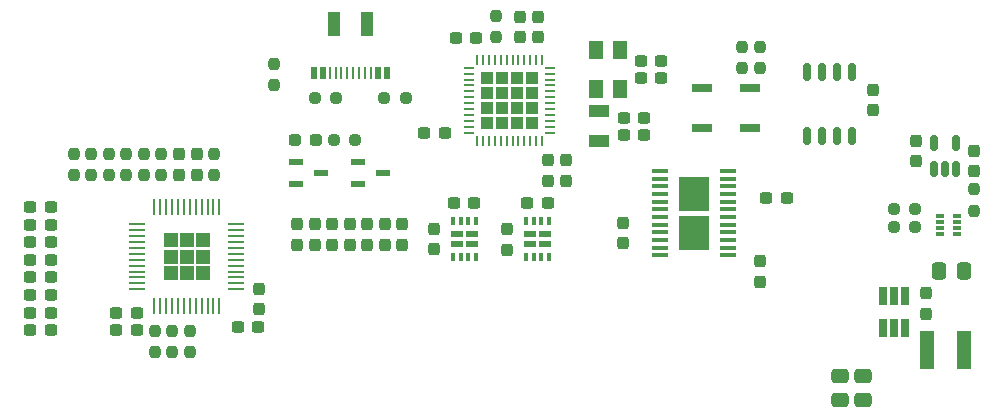
<source format=gtp>
G04 #@! TF.GenerationSoftware,KiCad,Pcbnew,(7.0.0)*
G04 #@! TF.CreationDate,2023-09-28T17:21:21-04:00*
G04 #@! TF.ProjectId,Brytec_InputModuleRev2,42727974-6563-45f4-996e-7075744d6f64,rev?*
G04 #@! TF.SameCoordinates,Original*
G04 #@! TF.FileFunction,Paste,Top*
G04 #@! TF.FilePolarity,Positive*
%FSLAX46Y46*%
G04 Gerber Fmt 4.6, Leading zero omitted, Abs format (unit mm)*
G04 Created by KiCad (PCBNEW (7.0.0)) date 2023-09-28 17:21:21*
%MOMM*%
%LPD*%
G01*
G04 APERTURE LIST*
G04 Aperture macros list*
%AMRoundRect*
0 Rectangle with rounded corners*
0 $1 Rounding radius*
0 $2 $3 $4 $5 $6 $7 $8 $9 X,Y pos of 4 corners*
0 Add a 4 corners polygon primitive as box body*
4,1,4,$2,$3,$4,$5,$6,$7,$8,$9,$2,$3,0*
0 Add four circle primitives for the rounded corners*
1,1,$1+$1,$2,$3*
1,1,$1+$1,$4,$5*
1,1,$1+$1,$6,$7*
1,1,$1+$1,$8,$9*
0 Add four rect primitives between the rounded corners*
20,1,$1+$1,$2,$3,$4,$5,0*
20,1,$1+$1,$4,$5,$6,$7,0*
20,1,$1+$1,$6,$7,$8,$9,0*
20,1,$1+$1,$8,$9,$2,$3,0*%
G04 Aperture macros list end*
%ADD10RoundRect,0.237500X0.237500X-0.300000X0.237500X0.300000X-0.237500X0.300000X-0.237500X-0.300000X0*%
%ADD11R,1.800000X1.000000*%
%ADD12RoundRect,0.237500X-0.250000X-0.237500X0.250000X-0.237500X0.250000X0.237500X-0.250000X0.237500X0*%
%ADD13RoundRect,0.237500X0.300000X0.237500X-0.300000X0.237500X-0.300000X-0.237500X0.300000X-0.237500X0*%
%ADD14RoundRect,0.250000X-0.475000X0.337500X-0.475000X-0.337500X0.475000X-0.337500X0.475000X0.337500X0*%
%ADD15R,1.300000X0.600000*%
%ADD16RoundRect,0.237500X0.250000X0.237500X-0.250000X0.237500X-0.250000X-0.237500X0.250000X-0.237500X0*%
%ADD17RoundRect,0.237500X0.237500X-0.250000X0.237500X0.250000X-0.237500X0.250000X-0.237500X-0.250000X0*%
%ADD18R,1.000000X0.600000*%
%ADD19R,0.350000X0.650000*%
%ADD20RoundRect,0.150000X0.150000X-0.512500X0.150000X0.512500X-0.150000X0.512500X-0.150000X-0.512500X0*%
%ADD21R,1.300000X1.600000*%
%ADD22R,1.700000X0.800000*%
%ADD23RoundRect,0.237500X-0.300000X-0.237500X0.300000X-0.237500X0.300000X0.237500X-0.300000X0.237500X0*%
%ADD24RoundRect,0.150000X-0.150000X0.625000X-0.150000X-0.625000X0.150000X-0.625000X0.150000X0.625000X0*%
%ADD25RoundRect,0.012800X-0.317200X-0.147200X0.317200X-0.147200X0.317200X0.147200X-0.317200X0.147200X0*%
%ADD26RoundRect,0.237500X-0.237500X0.250000X-0.237500X-0.250000X0.237500X-0.250000X0.237500X0.250000X0*%
%ADD27R,1.000000X2.000000*%
%ADD28R,0.520000X1.000000*%
%ADD29R,0.270000X1.000000*%
%ADD30R,2.570000X2.900000*%
%ADD31R,1.320000X0.450000*%
%ADD32R,0.650000X1.560000*%
%ADD33R,0.279400X1.346200*%
%ADD34R,1.346200X0.279400*%
%ADD35RoundRect,0.237500X-0.287500X-0.237500X0.287500X-0.237500X0.287500X0.237500X-0.287500X0.237500X0*%
%ADD36RoundRect,0.237500X-0.237500X0.300000X-0.237500X-0.300000X0.237500X-0.300000X0.237500X0.300000X0*%
%ADD37RoundRect,0.250000X0.292217X0.292217X-0.292217X0.292217X-0.292217X-0.292217X0.292217X-0.292217X0*%
%ADD38RoundRect,0.062500X0.375000X0.062500X-0.375000X0.062500X-0.375000X-0.062500X0.375000X-0.062500X0*%
%ADD39RoundRect,0.062500X0.062500X0.375000X-0.062500X0.375000X-0.062500X-0.375000X0.062500X-0.375000X0*%
%ADD40R,1.200000X3.300000*%
%ADD41RoundRect,0.250000X0.337500X0.475000X-0.337500X0.475000X-0.337500X-0.475000X0.337500X-0.475000X0*%
G04 APERTURE END LIST*
G36*
X98015967Y-120765900D02*
G01*
X96835900Y-120765900D01*
X96835900Y-119585833D01*
X98015967Y-119585833D01*
X98015967Y-120765900D01*
G37*
G36*
X99396034Y-120765900D02*
G01*
X98215966Y-120765900D01*
X98215966Y-119585833D01*
X99396034Y-119585833D01*
X99396034Y-120765900D01*
G37*
G36*
X100776100Y-120765900D02*
G01*
X99596033Y-120765900D01*
X99596033Y-119585833D01*
X100776100Y-119585833D01*
X100776100Y-120765900D01*
G37*
G36*
X98015967Y-119385834D02*
G01*
X96835900Y-119385834D01*
X96835900Y-118205766D01*
X98015967Y-118205766D01*
X98015967Y-119385834D01*
G37*
G36*
X99396034Y-119385834D02*
G01*
X98215966Y-119385834D01*
X98215966Y-118205766D01*
X99396034Y-118205766D01*
X99396034Y-119385834D01*
G37*
G36*
X100776100Y-119385834D02*
G01*
X99596033Y-119385834D01*
X99596033Y-118205766D01*
X100776100Y-118205766D01*
X100776100Y-119385834D01*
G37*
G36*
X98015967Y-118005767D02*
G01*
X96835900Y-118005767D01*
X96835900Y-116825700D01*
X98015967Y-116825700D01*
X98015967Y-118005767D01*
G37*
G36*
X99396034Y-118005767D02*
G01*
X98215966Y-118005767D01*
X98215966Y-116825700D01*
X99396034Y-116825700D01*
X99396034Y-118005767D01*
G37*
G36*
X100776100Y-118005767D02*
G01*
X99596033Y-118005767D01*
X99596033Y-116825700D01*
X100776100Y-116825700D01*
X100776100Y-118005767D01*
G37*
D10*
X119735600Y-118159700D03*
X119735600Y-116434700D03*
D11*
X133705599Y-106496799D03*
X133705599Y-108996799D03*
D12*
X158661700Y-116259000D03*
X160486700Y-116259000D03*
D10*
X147320000Y-120902900D03*
X147320000Y-119177900D03*
D13*
X94564200Y-123520200D03*
X92839200Y-123520200D03*
X87273300Y-116080707D03*
X85548300Y-116080707D03*
D14*
X156069000Y-128861300D03*
X156069000Y-130936300D03*
D15*
X113300799Y-110733799D03*
X113300799Y-112633799D03*
X115400799Y-111683799D03*
D10*
X165456800Y-111527100D03*
X165456800Y-109802100D03*
X125882400Y-118184000D03*
X125882400Y-116459000D03*
X161358600Y-123623900D03*
X161358600Y-121898900D03*
D16*
X113080800Y-108940600D03*
X111255800Y-108940600D03*
D10*
X109615920Y-117779800D03*
X109615920Y-116054800D03*
D17*
X101117400Y-111895600D03*
X101117400Y-110070600D03*
D18*
X129088999Y-116910299D03*
X127888999Y-116910299D03*
X129088999Y-117685299D03*
X127888999Y-117685299D03*
D19*
X129463999Y-115747799D03*
X128813999Y-115747799D03*
X128163999Y-115747799D03*
X127513999Y-115747799D03*
X127513999Y-118847799D03*
X128163999Y-118847799D03*
X128813999Y-118847799D03*
X129463999Y-118847799D03*
D13*
X104824700Y-124740500D03*
X103099700Y-124740500D03*
D20*
X162053200Y-111402100D03*
X163003200Y-111402100D03*
X163953200Y-111402100D03*
X163953200Y-109127100D03*
X162053200Y-109127100D03*
D18*
X122916599Y-116910299D03*
X121716599Y-116910299D03*
X122916599Y-117685299D03*
X121716599Y-117685299D03*
D19*
X123291599Y-115747799D03*
X122641599Y-115747799D03*
X121991599Y-115747799D03*
X121341599Y-115747799D03*
X121341599Y-118847799D03*
X121991599Y-118847799D03*
X122641599Y-118847799D03*
X123291599Y-118847799D03*
D10*
X114080280Y-117779800D03*
X114080280Y-116054800D03*
D13*
X87273300Y-114591476D03*
X85548300Y-114591476D03*
X137513400Y-107035600D03*
X135788400Y-107035600D03*
X87273300Y-123526862D03*
X85548300Y-123526862D03*
D10*
X130890700Y-112342100D03*
X130890700Y-110617100D03*
D21*
X135455599Y-104570799D03*
X135455599Y-101270799D03*
X133455599Y-101270799D03*
X133455599Y-104570799D03*
D22*
X142392399Y-104522799D03*
X142392399Y-107922799D03*
X146507199Y-104522799D03*
X146507199Y-107922799D03*
D17*
X97586800Y-126896500D03*
X97586800Y-125071500D03*
D23*
X118903000Y-108304600D03*
X120628000Y-108304600D03*
D17*
X89242500Y-111895600D03*
X89242500Y-110070600D03*
D15*
X108051599Y-110733799D03*
X108051599Y-112633799D03*
X110151599Y-111683799D03*
D24*
X155117800Y-103192200D03*
X153847800Y-103192200D03*
X152577800Y-103192200D03*
X151307800Y-103192200D03*
X151307800Y-108542200D03*
X152577800Y-108542200D03*
X153847800Y-108542200D03*
X155117800Y-108542200D03*
D10*
X135712200Y-117626300D03*
X135712200Y-115901300D03*
X115568400Y-117779800D03*
X115568400Y-116054800D03*
D17*
X90723400Y-111895600D03*
X90723400Y-110070600D03*
D10*
X108127800Y-117779800D03*
X108127800Y-116054800D03*
D13*
X87273300Y-119059169D03*
X85548300Y-119059169D03*
D25*
X162547600Y-115331200D03*
X162547600Y-115831200D03*
X162547600Y-116331200D03*
X162547600Y-116831200D03*
X164017600Y-116831200D03*
X164017600Y-116331200D03*
X164017600Y-115831200D03*
X164017600Y-115331200D03*
D13*
X149579500Y-113842800D03*
X147854500Y-113842800D03*
D17*
X99060000Y-126896500D03*
X99060000Y-125071500D03*
X95166100Y-111895600D03*
X95166100Y-110070600D03*
D26*
X165467000Y-113087800D03*
X165467000Y-114912800D03*
D17*
X96647000Y-111895600D03*
X96647000Y-110070600D03*
X92204300Y-111895600D03*
X92204300Y-110070600D03*
D10*
X99634121Y-111859400D03*
X99634121Y-110134400D03*
X112592160Y-117779800D03*
X112592160Y-116054800D03*
D27*
X114046199Y-99058799D03*
X111246199Y-99058799D03*
D28*
X115746199Y-103258799D03*
X114996199Y-103258799D03*
D29*
X114396199Y-103258799D03*
X112896199Y-103258799D03*
X111896199Y-103258799D03*
X110896199Y-103258799D03*
D28*
X110296199Y-103258799D03*
X109546199Y-103258799D03*
X109546199Y-103258799D03*
X110296199Y-103258799D03*
D29*
X111396199Y-103258799D03*
X112396199Y-103258799D03*
X113396199Y-103258799D03*
X113896199Y-103258799D03*
D28*
X114996199Y-103258799D03*
X115746199Y-103258799D03*
D17*
X96113600Y-126896500D03*
X96113600Y-125071500D03*
D10*
X104902000Y-123215400D03*
X104902000Y-121490400D03*
D13*
X87273300Y-125016093D03*
X85548300Y-125016093D03*
X87273300Y-122037631D03*
X85548300Y-122037631D03*
X138986600Y-102184200D03*
X137261600Y-102184200D03*
D10*
X128498600Y-100200900D03*
X128498600Y-98475900D03*
D13*
X87273300Y-120548400D03*
X85548300Y-120548400D03*
D30*
X141757399Y-113462799D03*
X141757399Y-116762799D03*
D31*
X138902399Y-111537799D03*
X138902399Y-112187799D03*
X138902399Y-112837799D03*
X138902399Y-113487799D03*
X138902399Y-114137799D03*
X138902399Y-114787799D03*
X138902399Y-115437799D03*
X138902399Y-116087799D03*
X138902399Y-116737799D03*
X138902399Y-117387799D03*
X138902399Y-118037799D03*
X138902399Y-118687799D03*
X144612399Y-118687799D03*
X144612399Y-118037799D03*
X144612399Y-117387799D03*
X144612399Y-116737799D03*
X144612399Y-116087799D03*
X144612399Y-115437799D03*
X144612399Y-114787799D03*
X144612399Y-114137799D03*
X144612399Y-113487799D03*
X144612399Y-112837799D03*
X144612399Y-112187799D03*
X144612399Y-111537799D03*
D10*
X156865400Y-106385200D03*
X156865400Y-104660200D03*
D12*
X115521100Y-105333800D03*
X117346100Y-105333800D03*
D13*
X138986600Y-103657400D03*
X137261600Y-103657400D03*
D10*
X126993000Y-100200900D03*
X126993000Y-98475900D03*
X111104040Y-117779800D03*
X111104040Y-116054800D03*
D32*
X159619999Y-122118799D03*
X158669999Y-122118799D03*
X157719999Y-122118799D03*
X157719999Y-124818799D03*
X158669999Y-124818799D03*
X159619999Y-124818799D03*
D23*
X121393700Y-114281700D03*
X123118700Y-114281700D03*
D16*
X160486700Y-114760400D03*
X158661700Y-114760400D03*
D26*
X145821400Y-101017700D03*
X145821400Y-102842700D03*
D10*
X129417500Y-112342100D03*
X129417500Y-110617100D03*
D16*
X111453300Y-105384600D03*
X109628300Y-105384600D03*
D26*
X124947100Y-98400500D03*
X124947100Y-100225500D03*
D17*
X93685200Y-111895600D03*
X93685200Y-110070600D03*
D26*
X106197400Y-102465500D03*
X106197400Y-104290500D03*
D13*
X94564200Y-124993400D03*
X92839200Y-124993400D03*
X87273300Y-117569938D03*
X85548300Y-117569938D03*
D33*
X96055306Y-122974099D03*
X96555432Y-122974099D03*
X97055558Y-122974099D03*
X97555684Y-122974099D03*
X98055810Y-122974099D03*
X98555936Y-122974099D03*
X99056062Y-122974099D03*
X99556188Y-122974099D03*
X100056314Y-122974099D03*
X100556440Y-122974099D03*
X101056566Y-122974099D03*
X101556692Y-122974099D03*
D34*
X102984299Y-121546492D03*
X102984299Y-121046366D03*
X102984299Y-120546240D03*
X102984299Y-120046114D03*
X102984299Y-119545988D03*
X102984299Y-119045862D03*
X102984299Y-118545736D03*
X102984299Y-118045610D03*
X102984299Y-117545484D03*
X102984299Y-117045358D03*
X102984299Y-116545232D03*
X102984299Y-116045106D03*
D33*
X101556692Y-114617499D03*
X101056566Y-114617499D03*
X100556440Y-114617499D03*
X100056314Y-114617499D03*
X99556188Y-114617499D03*
X99056062Y-114617499D03*
X98555936Y-114617499D03*
X98055810Y-114617499D03*
X97555684Y-114617499D03*
X97055558Y-114617499D03*
X96555432Y-114617499D03*
X96055306Y-114617499D03*
D34*
X94627699Y-116045106D03*
X94627699Y-116545232D03*
X94627699Y-117045358D03*
X94627699Y-117545484D03*
X94627699Y-118045610D03*
X94627699Y-118545736D03*
X94627699Y-119045862D03*
X94627699Y-119545988D03*
X94627699Y-120046114D03*
X94627699Y-120546240D03*
X94627699Y-121046366D03*
X94627699Y-121546492D03*
D10*
X117056520Y-117779800D03*
X117056520Y-116054800D03*
X98127693Y-111859400D03*
X98127693Y-110134400D03*
D35*
X107979100Y-108940600D03*
X109729100Y-108940600D03*
D36*
X160529200Y-109002100D03*
X160529200Y-110727100D03*
D23*
X121570000Y-100252800D03*
X123295000Y-100252800D03*
D37*
X128041400Y-107457000D03*
X128041400Y-106182000D03*
X128041400Y-104907000D03*
X128041400Y-103632000D03*
X126766400Y-107457000D03*
X126766400Y-106182000D03*
X126766400Y-104907000D03*
X126766400Y-103632000D03*
X125491400Y-107457000D03*
X125491400Y-106182000D03*
X125491400Y-104907000D03*
X125491400Y-103632000D03*
X124216400Y-107457000D03*
X124216400Y-106182000D03*
X124216400Y-104907000D03*
X124216400Y-103632000D03*
D38*
X129566400Y-108294500D03*
X129566400Y-107794500D03*
X129566400Y-107294500D03*
X129566400Y-106794500D03*
X129566400Y-106294500D03*
X129566400Y-105794500D03*
X129566400Y-105294500D03*
X129566400Y-104794500D03*
X129566400Y-104294500D03*
X129566400Y-103794500D03*
X129566400Y-103294500D03*
X129566400Y-102794500D03*
D39*
X128878900Y-102107000D03*
X128378900Y-102107000D03*
X127878900Y-102107000D03*
X127378900Y-102107000D03*
X126878900Y-102107000D03*
X126378900Y-102107000D03*
X125878900Y-102107000D03*
X125378900Y-102107000D03*
X124878900Y-102107000D03*
X124378900Y-102107000D03*
X123878900Y-102107000D03*
X123378900Y-102107000D03*
D38*
X122691400Y-102794500D03*
X122691400Y-103294500D03*
X122691400Y-103794500D03*
X122691400Y-104294500D03*
X122691400Y-104794500D03*
X122691400Y-105294500D03*
X122691400Y-105794500D03*
X122691400Y-106294500D03*
X122691400Y-106794500D03*
X122691400Y-107294500D03*
X122691400Y-107794500D03*
X122691400Y-108294500D03*
D39*
X123378900Y-108982000D03*
X123878900Y-108982000D03*
X124378900Y-108982000D03*
X124878900Y-108982000D03*
X125378900Y-108982000D03*
X125878900Y-108982000D03*
X126378900Y-108982000D03*
X126878900Y-108982000D03*
X127378900Y-108982000D03*
X127878900Y-108982000D03*
X128378900Y-108982000D03*
X128878900Y-108982000D03*
D14*
X154100400Y-128861300D03*
X154100400Y-130936300D03*
D17*
X147294600Y-102842700D03*
X147294600Y-101017700D03*
D23*
X127636100Y-114274600D03*
X129361100Y-114274600D03*
D13*
X137513400Y-108508800D03*
X135788400Y-108508800D03*
D40*
X161478599Y-126723799D03*
X164578599Y-126723799D03*
D41*
X164586100Y-120043600D03*
X162511100Y-120043600D03*
M02*

</source>
